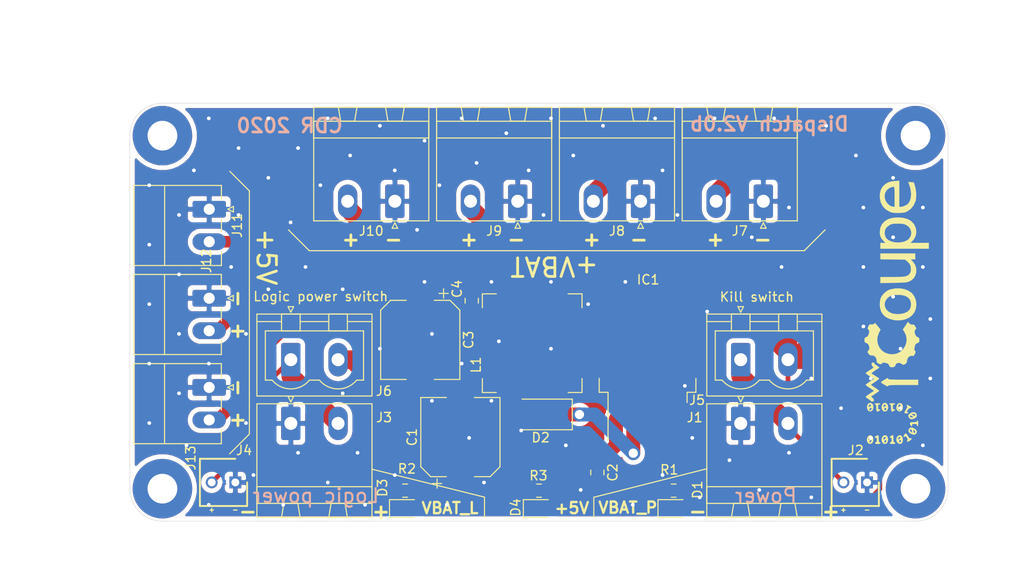
<source format=kicad_pcb>
(kicad_pcb (version 20171130) (host pcbnew "(5.1.4)-1")
  (layers (0 F.Cu signal) (31 B.Cu signal) (34 B.Paste user) (35 F.Paste user) (36 B.SilkS user) (37 F.SilkS user) (38 B.Mask user) (39 F.Mask user) (44 Edge.Cuts user))
  (net 0 "")
  (net 1 GND)
  (net 2 +5V)
  (net 3 /VBAT_LOGIC)
  (net 4 /VBAT_PWR)
  (net 5 "Net-(D3-Pad1)")
  (net 6 "Net-(D1-Pad1)")
  (net 7 "Net-(D2-Pad1)")
  (net 8 "Net-(D4-Pad1)")
  (net 9 "Net-(J1-Pad2)")
  (net 10 "Net-(J3-Pad2)")
  (module Capacitor_SMD:C_0805_2012Metric (layer F.Cu) (at 86.7664 71.266 90)
    (fp_text reference C4 (at 1.27 -1.5748 270) (layer F.SilkS))
    (fp_text value 100nF)
    (pad 2 smd roundrect (at 0.9375 0 90) (size 0.975 1.4) (layers F.Cu F.Paste F.Mask) (net 1 GND))
    (pad 1 smd roundrect (at -0.9375 0 90) (size 0.975 1.4) (layers F.Cu F.Paste F.Mask) (net 2 +5V))
  )
  (module villanut_lib:logo_UTCoupe_Medium (layer F.Cu) (at 132.4356 72.5932 90)
    (fp_text reference G*** hide)
    (fp_text value LOGO hide)
  )
  (module MountingHole:MountingHole_3.2mm_M3_Pad (layer F.Cu) (at 134.5 53.5)
    (fp_text reference REF** hide)
    (fp_text value MountingHole_3.2mm_M3_Pad)
    (pad 1 thru_hole circle (at 0 0) (size 6.4 6.4) (drill 3.2) (layers *.Cu *.Mask))
  )
  (module MountingHole:MountingHole_3.2mm_M3_Pad (layer F.Cu) (at 53.5 91.5)
    (fp_text reference REF** hide)
    (fp_text value MountingHole_3.2mm_M3_Pad)
    (pad 1 thru_hole circle (at 0 0) (size 6.4 6.4) (drill 3.2) (layers *.Cu *.Mask))
  )
  (module MountingHole:MountingHole_3.2mm_M3_Pad (layer F.Cu) (at 53.5 53.5)
    (fp_text reference REF** hide)
    (fp_text value MountingHole_3.2mm_M3_Pad)
    (pad 1 thru_hole circle (at 0 0) (size 6.4 6.4) (drill 3.2) (layers *.Cu *.Mask))
  )
  (module MountingHole:MountingHole_3.2mm_M3_Pad (layer F.Cu) (at 134.5 91.5)
    (fp_text reference REF** hide)
    (fp_text value MountingHole_3.2mm_M3_Pad)
    (pad 1 thru_hole circle (at 0 0) (size 6.4 6.4) (drill 3.2) (layers *.Cu *.Mask))
  )
  (module Connector_Phoenix_MSTB:PhoenixContact_MSTBA_2,5_2-G-5,08_1x02_P5.08mm_Horizontal (layer F.Cu) (at 78.50124 60.55868 180)
    (fp_text reference J10 (at 2.54 -3.2) (layer F.SilkS))
    (fp_text value Conn_01x02)
    (pad 2 thru_hole oval (at 5.08 0 180) (size 2.08 3.6) (drill 1.4) (layers *.Cu *.Mask) (net 4 /VBAT_PWR))
    (pad 1 thru_hole roundrect (at 0 0 180) (size 2.08 3.6) (drill 1.4) (layers *.Cu *.Mask) (roundrect_rratio 0.120192) (net 1 GND))
  )
  (module Connector_Phoenix_MSTB:PhoenixContact_MSTBA_2,5_2-G-5,08_1x02_P5.08mm_Horizontal (layer F.Cu) (at 91.71432 60.55868 180)
    (fp_text reference J9 (at 2.54 -3.2) (layer F.SilkS))
    (fp_text value Conn_01x02)
    (pad 2 thru_hole oval (at 5.08 0 180) (size 2.08 3.6) (drill 1.4) (layers *.Cu *.Mask) (net 4 /VBAT_PWR))
    (pad 1 thru_hole roundrect (at 0 0 180) (size 2.08 3.6) (drill 1.4) (layers *.Cu *.Mask) (roundrect_rratio 0.120192) (net 1 GND))
  )
  (module Connector_Phoenix_MSTB:PhoenixContact_MSTBA_2,5_2-G-5,08_1x02_P5.08mm_Horizontal (layer F.Cu) (at 104.9274 60.55868 180)
    (fp_text reference J8 (at 2.54 -3.2) (layer F.SilkS))
    (fp_text value Conn_01x02)
    (pad 2 thru_hole oval (at 5.08 0 180) (size 2.08 3.6) (drill 1.4) (layers *.Cu *.Mask) (net 4 /VBAT_PWR))
    (pad 1 thru_hole roundrect (at 0 0 180) (size 2.08 3.6) (drill 1.4) (layers *.Cu *.Mask) (roundrect_rratio 0.120192) (net 1 GND))
  )
  (module Connector_Phoenix_MSTB:PhoenixContact_MSTBA_2,5_2-G-5,08_1x02_P5.08mm_Horizontal (layer F.Cu) (at 118.13032 60.55868 180)
    (fp_text reference J7 (at 2.54 -3.2) (layer F.SilkS))
    (fp_text value Conn_01x02)
    (pad 2 thru_hole oval (at 5.08 0 180) (size 2.08 3.6) (drill 1.4) (layers *.Cu *.Mask) (net 4 /VBAT_PWR))
    (pad 1 thru_hole roundrect (at 0 0 180) (size 2.08 3.6) (drill 1.4) (layers *.Cu *.Mask) (roundrect_rratio 0.120192) (net 1 GND))
  )
  (module Connector_Phoenix_MC:PhoenixContact_MC_1,5_2-G-3.5_1x02_P3.50mm_Horizontal (layer F.Cu) (at 58.5343 61.4172 270)
    (fp_text reference J11 (at 1.75 -3 90) (layer F.SilkS))
    (fp_text value Conn_01x02)
    (pad 2 thru_hole oval (at 3.5 0 270) (size 1.8 3.6) (drill 1.2) (layers *.Cu *.Mask) (net 2 +5V))
    (pad 1 thru_hole roundrect (at 0 0 270) (size 1.8 3.6) (drill 1.2) (layers *.Cu *.Mask) (roundrect_rratio 0.138889) (net 1 GND))
  )
  (module Capacitor_SMD:CP_Elec_8x10 (layer F.Cu) (at 81.2292 75.4824 270)
    (fp_text reference C3 (at 0 -5.2 90) (layer F.SilkS))
    (fp_text value 470uF)
    (pad 2 smd roundrect (at 3.25 0 270) (size 3.5 2.5) (layers F.Cu F.Paste F.Mask) (roundrect_rratio 0.1) (net 1 GND))
    (pad 1 smd roundrect (at -3.25 0 270) (size 3.5 2.5) (layers F.Cu F.Paste F.Mask) (roundrect_rratio 0.1) (net 2 +5V))
  )
  (module Capacitor_SMD:CP_Elec_8x10 (layer F.Cu) (at 85.5472 85.9472 90)
    (fp_text reference C1 (at 0 -5.2 90) (layer F.SilkS))
    (fp_text value 470uF)
    (pad 2 smd roundrect (at 3.25 0 90) (size 3.5 2.5) (layers F.Cu F.Paste F.Mask) (roundrect_rratio 0.1) (net 1 GND))
    (pad 1 smd roundrect (at -3.25 0 90) (size 3.5 2.5) (layers F.Cu F.Paste F.Mask) (roundrect_rratio 0.1) (net 3 /VBAT_LOGIC))
  )
  (module Resistor_SMD:R_0805_2012Metric (layer F.Cu) (at 94 91.713)
    (fp_text reference R3 (at -0.0581 -1.6129) (layer F.SilkS))
    (fp_text value 160)
    (pad 2 smd roundrect (at 0.9375 0) (size 0.975 1.4) (layers F.Cu F.Paste F.Mask) (net 1 GND))
    (pad 1 smd roundrect (at -0.9375 0) (size 0.975 1.4) (layers F.Cu F.Paste F.Mask) (net 8 "Net-(D4-Pad1)"))
  )
  (module Resistor_SMD:R_0805_2012Metric (layer F.Cu) (at 79.605 91.713)
    (fp_text reference R2 (at 0.1891 -2.3495) (layer F.SilkS))
    (fp_text value 560)
    (pad 2 smd roundrect (at 0.9375 0) (size 0.975 1.4) (layers F.Cu F.Paste F.Mask) (net 1 GND))
    (pad 1 smd roundrect (at -0.9375 0) (size 0.975 1.4) (layers F.Cu F.Paste F.Mask) (net 5 "Net-(D3-Pad1)"))
  )
  (module Resistor_SMD:R_0805_2012Metric (layer F.Cu) (at 108.4857 91.713)
    (fp_text reference R1 (at -0.4722 -2.2479) (layer F.SilkS))
    (fp_text value 560)
    (pad 2 smd roundrect (at 0.9375 0) (size 0.975 1.4) (layers F.Cu F.Paste F.Mask) (net 1 GND))
    (pad 1 smd roundrect (at -0.9375 0) (size 0.975 1.4) (layers F.Cu F.Paste F.Mask) (net 6 "Net-(D1-Pad1)"))
  )
  (module LED_SMD:LED_0805_2012Metric (layer F.Cu) (at 94 93.6434)
    (fp_text reference D4 (at -2.5092 -0.127 90) (layer F.SilkS))
    (fp_text value LED)
    (pad 2 smd roundrect (at 0.9375 0) (size 0.975 1.4) (layers F.Cu F.Paste F.Mask) (net 2 +5V))
    (pad 1 smd roundrect (at -0.9375 0) (size 0.975 1.4) (layers F.Cu F.Paste F.Mask) (net 8 "Net-(D4-Pad1)"))
  )
  (module LED_SMD:LED_0805_2012Metric (layer F.Cu) (at 79.605 93.6434)
    (fp_text reference D3 (at -2.4398 -2.2352 90) (layer F.SilkS))
    (fp_text value LED)
    (pad 2 smd roundrect (at 0.9375 0) (size 0.975 1.4) (layers F.Cu F.Paste F.Mask) (net 3 /VBAT_LOGIC))
    (pad 1 smd roundrect (at -0.9375 0) (size 0.975 1.4) (layers F.Cu F.Paste F.Mask) (net 5 "Net-(D3-Pad1)"))
  )
  (module LED_SMD:LED_0805_2012Metric (layer F.Cu) (at 108.4834 93.6434)
    (fp_text reference D1 (at 2.5654 -2.032 90) (layer F.SilkS))
    (fp_text value LED)
    (pad 2 smd roundrect (at 0.9375 0) (size 0.975 1.4) (layers F.Cu F.Paste F.Mask) (net 4 /VBAT_PWR))
    (pad 1 smd roundrect (at -0.9375 0) (size 0.975 1.4) (layers F.Cu F.Paste F.Mask) (net 6 "Net-(D1-Pad1)"))
  )
  (module villanut_lib:Headers-Wire_Housings_HEADER_2POS_HE14 (layer F.Cu) (at 61.341 90.824 180)
    (fp_text reference J4 (at -0.9398 3.448) (layer F.SilkS))
    (fp_text value "BAT_LOGIC Display" hide)
    (pad 1 thru_hole rect (at 0 0 180) (size 1.275 1.275) (drill 0.85) (layers *.Cu *.Mask) (net 1 GND))
    (pad 2 thru_hole circle (at 2.54 0 180) (size 1.275 1.275) (drill 0.85) (layers *.Cu *.Mask) (net 10 "Net-(J3-Pad2)"))
  )
  (module villanut_lib:Headers-Wire_Housings_HEADER_2POS_HE14 (layer F.Cu) (at 129.286 90.824 180)
    (fp_text reference J2 (at 1.2192 3.4544) (layer F.SilkS))
    (fp_text value "BAT_POWER Display" hide)
    (pad 1 thru_hole rect (at 0 0 180) (size 1.275 1.275) (drill 0.85) (layers *.Cu *.Mask) (net 1 GND))
    (pad 2 thru_hole circle (at 2.54 0 180) (size 1.275 1.275) (drill 0.85) (layers *.Cu *.Mask) (net 9 "Net-(J1-Pad2)"))
  )
  (module Connector_Phoenix_MSTB:PhoenixContact_MSTBVA_2,5_2-G-5,08_1x02_P5.08mm_Vertical (layer F.Cu) (at 67.31 77.616)
    (fp_text reference J6 (at 10.0076 3.3782) (layer F.SilkS))
    (fp_text value "Switch Logic")
    (pad 2 thru_hole oval (at 5.08 0) (size 2.08 3.6) (drill 1.4) (layers *.Cu *.Mask) (net 3 /VBAT_LOGIC))
    (pad 1 thru_hole roundrect (at 0 0) (size 2.08 3.6) (drill 1.4) (layers *.Cu *.Mask) (roundrect_rratio 0.120192) (net 10 "Net-(J3-Pad2)"))
  )
  (module Connector_Phoenix_MSTB:PhoenixContact_MSTBVA_2,5_2-G-5,08_1x02_P5.08mm_Vertical (layer F.Cu) (at 115.697 77.616)
    (fp_text reference J5 (at -4.699 4.3561) (layer F.SilkS))
    (fp_text value "Emergency Stop")
    (pad 2 thru_hole oval (at 5.08 0) (size 2.08 3.6) (drill 1.4) (layers *.Cu *.Mask) (net 4 /VBAT_PWR))
    (pad 1 thru_hole roundrect (at 0 0) (size 2.08 3.6) (drill 1.4) (layers *.Cu *.Mask) (roundrect_rratio 0.120192) (net 9 "Net-(J1-Pad2)"))
  )
  (module Connector_Phoenix_MSTB:PhoenixContact_MSTBA_2,5_2-G-5,08_1x02_P5.08mm_Horizontal (layer F.Cu) (at 67.31 84.474)
    (fp_text reference J3 (at 10.033 -0.635) (layer F.SilkS))
    (fp_text value Conn_01x02)
    (pad 2 thru_hole oval (at 5.08 0) (size 2.08 3.6) (drill 1.4) (layers *.Cu *.Mask) (net 10 "Net-(J3-Pad2)"))
    (pad 1 thru_hole roundrect (at 0 0) (size 2.08 3.6) (drill 1.4) (layers *.Cu *.Mask) (roundrect_rratio 0.120192) (net 1 GND))
  )
  (module Connector_Phoenix_MSTB:PhoenixContact_MSTBA_2,5_2-G-5,08_1x02_P5.08mm_Horizontal (layer F.Cu) (at 115.697 84.474)
    (fp_text reference J1 (at -4.953 -0.635) (layer F.SilkS))
    (fp_text value Conn_01x02)
    (pad 2 thru_hole oval (at 5.08 0) (size 2.08 3.6) (drill 1.4) (layers *.Cu *.Mask) (net 9 "Net-(J1-Pad2)"))
    (pad 1 thru_hole roundrect (at 0 0) (size 2.08 3.6) (drill 1.4) (layers *.Cu *.Mask) (roundrect_rratio 0.120192) (net 1 GND))
  )
  (module Diode_SMD:D_SMA (layer F.Cu) (at 94.1832 83.5088 180)
    (fp_text reference D2 (at 0 -2.5) (layer F.SilkS))
    (fp_text value TSSA3U45)
    (pad 2 smd rect (at 2 0 180) (size 2.5 1.8) (layers F.Cu F.Paste F.Mask) (net 1 GND))
    (pad 1 smd rect (at -2 0 180) (size 2.5 1.8) (layers F.Cu F.Paste F.Mask) (net 7 "Net-(D2-Pad1)"))
  )
  (module Inductor_SMD:L_Bourns-SRN1060 (layer F.Cu) (at 93.2688 75.838 90)
    (fp_text reference L1 (at -2.3368 -6.0452 90) (layer F.SilkS))
    (fp_text value 33uH)
    (pad 2 smd rect (at 3.3 0 90) (size 3.5 10.2) (layers F.Cu F.Paste F.Mask) (net 2 +5V))
    (pad 1 smd rect (at -3.3 0 90) (size 3.5 10.2) (layers F.Cu F.Paste F.Mask) (net 7 "Net-(D2-Pad1)"))
  )
  (module Connector_Phoenix_MC:PhoenixContact_MC_1,5_2-G-3.5_1x02_P3.50mm_Horizontal (layer F.Cu) (at 58.527 80.601 270)
    (fp_text reference J13 (at 7.5878 1.9866 90) (layer F.SilkS))
    (fp_text value Conn_01x02)
    (pad 2 thru_hole oval (at 3.5 0 270) (size 1.8 3.6) (drill 1.2) (layers *.Cu *.Mask) (net 2 +5V))
    (pad 1 thru_hole roundrect (at 0 0 270) (size 1.8 3.6) (drill 1.2) (layers *.Cu *.Mask) (roundrect_rratio 0.138889) (net 1 GND))
  )
  (module Connector_Phoenix_MC:PhoenixContact_MC_1,5_2-G-3.5_1x02_P3.50mm_Horizontal (layer F.Cu) (at 58.527 71.001 270)
    (fp_text reference J12 (at -4.0212 0.2975 90) (layer F.SilkS))
    (fp_text value Conn_01x02)
    (pad 2 thru_hole oval (at 3.5 0 270) (size 1.8 3.6) (drill 1.2) (layers *.Cu *.Mask) (net 2 +5V))
    (pad 1 thru_hole roundrect (at 0 0 270) (size 1.8 3.6) (drill 1.2) (layers *.Cu *.Mask) (roundrect_rratio 0.138889) (net 1 GND))
  )
  (module Package_TO_SOT_SMD:TO-263-5_TabPin6 (layer F.Cu) (at 105.6767 78.1748 90)
    (fp_text reference IC1 (at 9.1694 0.0635 180) (layer F.SilkS))
    (fp_text value TS2596CM550_RNG)
    (pad 1 smd rect (at -5.775 -3.4 90) (size 4.6 1.1) (layers F.Cu F.Paste F.Mask) (net 3 /VBAT_LOGIC))
    (pad 2 smd rect (at -5.775 -1.7 90) (size 4.6 1.1) (layers F.Cu F.Paste F.Mask) (net 7 "Net-(D2-Pad1)"))
    (pad 3 smd rect (at -5.775 0 90) (size 4.6 1.1) (layers F.Cu F.Paste F.Mask) (net 1 GND))
    (pad 4 smd rect (at -5.775 1.7 90) (size 4.6 1.1) (layers F.Cu F.Paste F.Mask) (net 2 +5V))
    (pad 5 smd rect (at -5.775 3.4 90) (size 4.6 1.1) (layers F.Cu F.Paste F.Mask) (net 1 GND))
    (pad 6 smd rect (at 3.375 0 90) (size 9.4 10.8) (layers F.Cu F.Mask) (net 1 GND))
  )
  (module Capacitor_SMD:C_0805_2012Metric (layer F.Cu) (at 100.2792 89.7572 270)
    (fp_text reference C2 (at 0 -1.65 90) (layer F.SilkS))
    (fp_text value 100nF)
    (pad 2 smd roundrect (at 0.9375 0 270) (size 0.975 1.4) (layers F.Cu F.Paste F.Mask) (net 1 GND))
    (pad 1 smd roundrect (at -0.9375 0 270) (size 0.975 1.4) (layers F.Cu F.Paste F.Mask) (net 3 /VBAT_LOGIC))
  )
  (gr_text + (at 112.98428 64.85636 180) (layer F.SilkS) (effects (font (size 1.5 1.5) (thickness 0.3))))
  (gr_text - (at 118.06428 64.85636 180) (layer F.SilkS) (effects (font (size 1.5 1.5) (thickness 0.3))))
  (gr_line (start 124.7775 63.63716) (end 122.5296 65.88506) (layer F.SilkS) (width 0.12))
  (gr_line (start 99.8982 92.4242) (end 112.0267 89.3635) (layer F.SilkS) (width 0.12))
  (gr_line (start 88.138 92.4115) (end 76.0222 89.4016) (layer F.SilkS) (width 0.12))
  (gr_line (start 99.8982 92.4242) (end 99.8982 94.5832) (layer F.SilkS) (width 0.12))
  (gr_line (start 88.138 92.4115) (end 88.138 94.5832) (layer F.SilkS) (width 0.12))
  (gr_text Power (at 118.4021 92.2591) (layer B.SilkS) (effects (font (size 1.5 1.5) (thickness 0.225)) (justify mirror)))
  (gr_text "Logic power" (at 70.0024 92.2591) (layer B.SilkS) (effects (font (size 1.5 1.5) (thickness 0.225)) (justify mirror)))
  (gr_text "Logic power switch" (at 70.5231 70.8088) (layer F.SilkS) (effects (font (size 1 1))))
  (gr_text "Kill switch" (at 117.4242 70.8596) (layer F.SilkS) (effects (font (size 1 1))))
  (gr_line (start 62.8523 85.6234) (end 60.7187 87.757) (layer F.SilkS) (width 0.12))
  (gr_line (start 62.8523 59.436) (end 62.8523 85.6234) (layer F.SilkS) (width 0.12))
  (gr_line (start 60.7441 57.3405) (end 62.8396 59.436) (layer F.SilkS) (width 0.12))
  (gr_text +5V (at 64.6684 66.548 270) (layer F.SilkS) (effects (font (size 2 2) (thickness 0.3))))
  (gr_line (start 69.29628 65.88506) (end 122.5296 65.88506) (layer F.SilkS) (width 0.12))
  (gr_line (start 67.04838 63.63716) (end 69.29628 65.88506) (layer F.SilkS) (width 0.12))
  (gr_text +VBAT (at 95.6564 67.564 180) (layer F.SilkS) (effects (font (size 2 2) (thickness 0.3))))
  (gr_text + (at 58.801 93.7704) (layer F.SilkS) (effects (font (size 0.5 0.5) (thickness 0.125))))
  (gr_text - (at 61.341 93.7704) (layer F.SilkS) (effects (font (size 0.5 0.5) (thickness 0.125))))
  (gr_text - (at 129.286 93.7704) (layer F.SilkS) (effects (font (size 0.5 0.5) (thickness 0.125))))
  (gr_text + (at 126.746 93.7704) (layer F.SilkS) (effects (font (size 0.5 0.5) (thickness 0.125))))
  (gr_text - (at 78.35468 64.85636 180) (layer F.SilkS) (effects (font (size 1.5 1.5) (thickness 0.3))))
  (gr_text + (at 73.76668 64.85636 180) (layer F.SilkS) (effects (font (size 1.5 1.5) (thickness 0.3))))
  (gr_text - (at 91.55468 64.85636 180) (layer F.SilkS) (effects (font (size 1.5 1.5) (thickness 0.3))))
  (gr_text + (at 86.47468 64.85636 180) (layer F.SilkS) (effects (font (size 1.5 1.5) (thickness 0.3))))
  (gr_text - (at 104.75468 64.85636 180) (layer F.SilkS) (effects (font (size 1.5 1.5) (thickness 0.3))))
  (gr_text + (at 99.67468 64.85636 180) (layer F.SilkS) (effects (font (size 1.5 1.5) (thickness 0.3))))
  (gr_text - (at 61.722 71.045 270) (layer F.SilkS) (effects (font (size 1.5 1.5) (thickness 0.3))))
  (gr_text + (at 61.722 74.5502 270) (layer F.SilkS) (effects (font (size 1.5 1.5) (thickness 0.3))))
  (gr_text - (at 61.722 80.6323 270) (layer F.SilkS) (effects (font (size 1.5 1.5) (thickness 0.3))))
  (gr_text + (at 61.722 84.1375 270) (layer F.SilkS) (effects (font (size 1.5 1.5) (thickness 0.3))))
  (gr_text - (at 111.0756 93.91808) (layer F.SilkS) (effects (font (size 1.5 1.5) (thickness 0.3))))
  (gr_text + (at 125.4012 93.91808) (layer F.SilkS) (effects (font (size 1.5 1.5) (thickness 0.3))))
  (gr_text + (at 77.0128 93.9228) (layer F.SilkS) (effects (font (size 1.5 1.5) (thickness 0.3))))
  (gr_text - (at 62.6872 93.9228) (layer F.SilkS) (effects (font (size 1.5 1.5) (thickness 0.3))))
  (gr_text "Dispatch V2.0b" (at 118.7831 52.2478) (layer B.SilkS) (effects (font (size 1.5 1.5) (thickness 0.3)) (justify mirror)))
  (gr_text VBAT_P (at 103.5558 93.5418) (layer F.SilkS) (effects (font (size 1.2 1.2) (thickness 0.25))))
  (gr_text +5V (at 97.536 93.5926) (layer F.SilkS) (effects (font (size 1.2 1.2) (thickness 0.25))))
  (gr_text VBAT_L (at 84.4296 93.5926) (layer F.SilkS) (effects (font (size 1.2 1.2) (thickness 0.25))))
  (gr_text "CDR 2020" (at 67.183 52.4256) (layer B.SilkS) (effects (font (size 1.5 1.5) (thickness 0.3)) (justify mirror)))
  (gr_arc (start 53.5 91.5) (end 50 91.5) (angle -90) (layer Edge.Cuts) (width 0.05))
  (gr_arc (start 134.5 91.5) (end 134.5 95) (angle -90) (layer Edge.Cuts) (width 0.05))
  (gr_arc (start 134.5 53.5) (end 138 53.5) (angle -90) (layer Edge.Cuts) (width 0.05))
  (gr_arc (start 53.5 53.5) (end 53.5 50) (angle -90) (layer Edge.Cuts) (width 0.05))
  (gr_line (start 50 53.5) (end 50 91.5) (layer Edge.Cuts) (width 0.05))
  (gr_line (start 53.5 95) (end 134.5 95) (layer Edge.Cuts) (width 0.05))
  (gr_line (start 138 53.5) (end 138 91.5) (layer Edge.Cuts) (width 0.05))
  (gr_line (start 53.5 50) (end 134.5 50) (layer Edge.Cuts) (width 0.05))
  (via (at 52.087268 58.8365) (size 0.6) (drill 0.4) (layers F.Cu B.Cu) (net 1))
  (via (at 52.087268 65.2365) (size 0.6) (drill 0.4) (layers F.Cu B.Cu) (net 1))
  (via (at 52.087268 71.6365) (size 0.6) (drill 0.4) (layers F.Cu B.Cu) (net 1))
  (via (at 52.087268 78.0365) (size 0.6) (drill 0.4) (layers F.Cu B.Cu) (net 1))
  (via (at 52.087268 84.4365) (size 0.6) (drill 0.4) (layers F.Cu B.Cu) (net 1))
  (via (at 55.287268 62.0365) (size 0.6) (drill 0.4) (layers F.Cu B.Cu) (net 1))
  (via (at 55.287268 68.4365) (size 0.6) (drill 0.4) (layers F.Cu B.Cu) (net 1))
  (via (at 55.287268 74.8365) (size 0.6) (drill 0.4) (layers F.Cu B.Cu) (net 1))
  (via (at 55.287268 81.2365) (size 0.6) (drill 0.4) (layers F.Cu B.Cu) (net 1))
  (via (at 56.087268 86.8365) (size 0.6) (drill 0.4) (layers F.Cu B.Cu) (net 1))
  (via (at 56.887268 57.2365) (size 0.6) (drill 0.4) (layers F.Cu B.Cu) (net 1))
  (via (at 58.487268 51.6365) (size 0.6) (drill 0.4) (layers F.Cu B.Cu) (net 1))
  (via (at 58.487268 78.0365) (size 0.6) (drill 0.4) (layers F.Cu B.Cu) (net 1))
  (via (at 58.487268 93.2365) (size 0.6) (drill 0.4) (layers F.Cu B.Cu) (net 1))
  (via (at 60.887268 67.6365) (size 0.6) (drill 0.4) (layers F.Cu B.Cu) (net 1))
  (via (at 61.687268 54.8365) (size 0.6) (drill 0.4) (layers F.Cu B.Cu) (net 1))
  (via (at 61.687268 62.0365) (size 0.6) (drill 0.4) (layers F.Cu B.Cu) (net 1))
  (via (at 62.487268 74.8365) (size 0.6) (drill 0.4) (layers F.Cu B.Cu) (net 1))
  (via (at 62.487268 84.4365) (size 0.6) (drill 0.4) (layers F.Cu B.Cu) (net 1))
  (via (at 63.287268 90.0365) (size 0.6) (drill 0.4) (layers F.Cu B.Cu) (net 1))
  (via (at 64.887268 51.6365) (size 0.6) (drill 0.4) (layers F.Cu B.Cu) (net 1))
  (via (at 64.887268 58.0365) (size 0.6) (drill 0.4) (layers F.Cu B.Cu) (net 1))
  (via (at 64.887268 70.0365) (size 0.6) (drill 0.4) (layers F.Cu B.Cu) (net 1))
  (via (at 66.487268 93.2365) (size 0.6) (drill 0.4) (layers F.Cu B.Cu) (net 1))
  (via (at 67.287268 62.8365) (size 0.6) (drill 0.4) (layers F.Cu B.Cu) (net 1))
  (via (at 68.087268 54.8365) (size 0.6) (drill 0.4) (layers F.Cu B.Cu) (net 1))
  (via (at 68.087268 87.6365) (size 0.6) (drill 0.4) (layers F.Cu B.Cu) (net 1))
  (via (at 68.887268 67.6365) (size 0.6) (drill 0.4) (layers F.Cu B.Cu) (net 1))
  (via (at 70.487268 58.8365) (size 0.6) (drill 0.4) (layers F.Cu B.Cu) (net 1))
  (via (at 71.287268 51.6365) (size 0.6) (drill 0.4) (layers F.Cu B.Cu) (net 1))
  (via (at 71.287268 90.8365) (size 0.6) (drill 0.4) (layers F.Cu B.Cu) (net 1))
  (via (at 72.887268 70.0365) (size 0.6) (drill 0.4) (layers F.Cu B.Cu) (net 1))
  (via (at 72.887268 81.2365) (size 0.6) (drill 0.4) (layers F.Cu B.Cu) (net 1))
  (via (at 73.687268 55.6365) (size 0.6) (drill 0.4) (layers F.Cu B.Cu) (net 1))
  (via (at 74.487268 87.6365) (size 0.6) (drill 0.4) (layers F.Cu B.Cu) (net 1))
  (via (at 75.287268 93.2365) (size 0.6) (drill 0.4) (layers F.Cu B.Cu) (net 1))
  (via (at 76.887268 52.4365) (size 0.6) (drill 0.4) (layers F.Cu B.Cu) (net 1))
  (via (at 76.887268 76.4365) (size 0.6) (drill 0.4) (layers F.Cu B.Cu) (net 1))
  (via (at 78.487268 57.2365) (size 0.6) (drill 0.4) (layers F.Cu B.Cu) (net 1))
  (via (at 78.487268 90.0365) (size 0.6) (drill 0.4) (layers F.Cu B.Cu) (net 1))
  (via (at 80.887268 63.6365) (size 0.6) (drill 0.4) (layers F.Cu B.Cu) (net 1))
  (via (at 81.687268 54.0365) (size 0.6) (drill 0.4) (layers F.Cu B.Cu) (net 1))
  (via (at 81.687268 69.2365) (size 0.6) (drill 0.4) (layers F.Cu B.Cu) (net 1))
  (via (at 82.487268 74.8365) (size 0.6) (drill 0.4) (layers F.Cu B.Cu) (net 1))
  (via (at 82.487268 82.0365) (size 0.6) (drill 0.4) (layers F.Cu B.Cu) (net 1))
  (via (at 83.287268 58.8365) (size 0.6) (drill 0.4) (layers F.Cu B.Cu) (net 1))
  (via (at 84.087268 93.2365) (size 0.6) (drill 0.4) (layers F.Cu B.Cu) (net 1))
  (via (at 85.687268 51.6365) (size 0.6) (drill 0.4) (layers F.Cu B.Cu) (net 1))
  (via (at 85.687268 78.0365) (size 0.6) (drill 0.4) (layers F.Cu B.Cu) (net 1))
  (via (at 86.487268 86.0365) (size 0.6) (drill 0.4) (layers F.Cu B.Cu) (net 1))
  (via (at 87.287268 56.4365) (size 0.6) (drill 0.4) (layers F.Cu B.Cu) (net 1))
  (via (at 88.087268 90.8365) (size 0.6) (drill 0.4) (layers F.Cu B.Cu) (net 1))
  (via (at 88.887268 69.2365) (size 0.6) (drill 0.4) (layers F.Cu B.Cu) (net 1))
  (via (at 88.887268 82.0365) (size 0.6) (drill 0.4) (layers F.Cu B.Cu) (net 1))
  (via (at 89.687268 75.6365) (size 0.6) (drill 0.4) (layers F.Cu B.Cu) (net 1))
  (via (at 90.487268 53.2365) (size 0.6) (drill 0.4) (layers F.Cu B.Cu) (net 1))
  (via (at 92.087268 85.2365) (size 0.6) (drill 0.4) (layers F.Cu B.Cu) (net 1))
  (via (at 92.887268 57.2365) (size 0.6) (drill 0.4) (layers F.Cu B.Cu) (net 1))
  (via (at 94.487268 62.0365) (size 0.6) (drill 0.4) (layers F.Cu B.Cu) (net 1))
  (via (at 95.287268 51.6365) (size 0.6) (drill 0.4) (layers F.Cu B.Cu) (net 1))
  (via (at 95.287268 69.2365) (size 0.6) (drill 0.4) (layers F.Cu B.Cu) (net 1))
  (via (at 95.287268 76.4365) (size 0.6) (drill 0.4) (layers F.Cu B.Cu) (net 1))
  (via (at 96.887268 86.8365) (size 0.6) (drill 0.4) (layers F.Cu B.Cu) (net 1))
  (via (at 97.687268 55.6365) (size 0.6) (drill 0.4) (layers F.Cu B.Cu) (net 1))
  (via (at 98.487268 91.6365) (size 0.6) (drill 0.4) (layers F.Cu B.Cu) (net 1))
  (via (at 99.287268 71.6365) (size 0.6) (drill 0.4) (layers F.Cu B.Cu) (net 1))
  (via (at 100.887268 52.4365) (size 0.6) (drill 0.4) (layers F.Cu B.Cu) (net 1))
  (via (at 103.287268 69.2365) (size 0.6) (drill 0.4) (layers F.Cu B.Cu) (net 1))
  (via (at 104.087268 93.2365) (size 0.6) (drill 0.4) (layers F.Cu B.Cu) (net 1))
  (via (at 106.487268 51.6365) (size 0.6) (drill 0.4) (layers F.Cu B.Cu) (net 1))
  (via (at 107.287268 57.2365) (size 0.6) (drill 0.4) (layers F.Cu B.Cu) (net 1))
  (via (at 107.287268 90.0365) (size 0.6) (drill 0.4) (layers F.Cu B.Cu) (net 1))
  (via (at 108.887268 62.0365) (size 0.6) (drill 0.4) (layers F.Cu B.Cu) (net 1))
  (via (at 109.687268 80.4365) (size 0.6) (drill 0.4) (layers F.Cu B.Cu) (net 1))
  (via (at 110.487268 86.0365) (size 0.6) (drill 0.4) (layers F.Cu B.Cu) (net 1))
  (via (at 111.287268 92.4365) (size 0.6) (drill 0.4) (layers F.Cu B.Cu) (net 1))
  (via (at 112.087268 72.4365) (size 0.6) (drill 0.4) (layers F.Cu B.Cu) (net 1))
  (via (at 112.887268 51.6365) (size 0.6) (drill 0.4) (layers F.Cu B.Cu) (net 1))
  (via (at 114.487268 88.4365) (size 0.6) (drill 0.4) (layers F.Cu B.Cu) (net 1))
  (via (at 116.887268 64.4365) (size 0.6) (drill 0.4) (layers F.Cu B.Cu) (net 1))
  (via (at 117.687268 91.6365) (size 0.6) (drill 0.4) (layers F.Cu B.Cu) (net 1))
  (via (at 119.287268 51.6365) (size 0.6) (drill 0.4) (layers F.Cu B.Cu) (net 1))
  (via (at 120.087268 67.6365) (size 0.6) (drill 0.4) (layers F.Cu B.Cu) (net 1))
  (via (at 120.887268 61.2365) (size 0.6) (drill 0.4) (layers F.Cu B.Cu) (net 1))
  (via (at 120.887268 87.6365) (size 0.6) (drill 0.4) (layers F.Cu B.Cu) (net 1))
  (via (at 123.287268 79.6365) (size 0.6) (drill 0.4) (layers F.Cu B.Cu) (net 1))
  (via (at 123.287268 92.4365) (size 0.6) (drill 0.4) (layers F.Cu B.Cu) (net 1))
  (via (at 124.887268 52.4365) (size 0.6) (drill 0.4) (layers F.Cu B.Cu) (net 1))
  (via (at 126.487268 82.8365) (size 0.6) (drill 0.4) (layers F.Cu B.Cu) (net 1))
  (via (at 128.087268 55.6365) (size 0.6) (drill 0.4) (layers F.Cu B.Cu) (net 1))
  (via (at 128.887268 61.2365) (size 0.6) (drill 0.4) (layers F.Cu B.Cu) (net 1))
  (via (at 128.887268 67.6365) (size 0.6) (drill 0.4) (layers F.Cu B.Cu) (net 1))
  (via (at 128.887268 74.0365) (size 0.6) (drill 0.4) (layers F.Cu B.Cu) (net 1))
  (via (at 129.687268 79.6365) (size 0.6) (drill 0.4) (layers F.Cu B.Cu) (net 1))
  (via (at 129.687268 86.0365) (size 0.6) (drill 0.4) (layers F.Cu B.Cu) (net 1))
  (via (at 132.087268 58.0365) (size 0.6) (drill 0.4) (layers F.Cu B.Cu) (net 1))
  (via (at 132.087268 64.4365) (size 0.6) (drill 0.4) (layers F.Cu B.Cu) (net 1))
  (via (at 132.087268 70.8365) (size 0.6) (drill 0.4) (layers F.Cu B.Cu) (net 1))
  (via (at 132.887268 76.4365) (size 0.6) (drill 0.4) (layers F.Cu B.Cu) (net 1))
  (via (at 132.887268 82.8365) (size 0.6) (drill 0.4) (layers F.Cu B.Cu) (net 1))
  (via (at 135.287268 61.2365) (size 0.6) (drill 0.4) (layers F.Cu B.Cu) (net 1))
  (via (at 135.287268 67.6365) (size 0.6) (drill 0.4) (layers F.Cu B.Cu) (net 1))
  (via (at 135.287268 86.8365) (size 0.6) (drill 0.4) (layers F.Cu B.Cu) (net 1))
  (via (at 136.087268 73.2365) (size 0.6) (drill 0.4) (layers F.Cu B.Cu) (net 1))
  (via (at 136.087268 79.6365) (size 0.6) (drill 0.4) (layers F.Cu B.Cu) (net 1))
  (segment (start 107.3767 83.9498) (end 107.3767 81.089798) (width 1.5) (layer F.Cu) (net 2))
  (segment (start 107.3767 81.089798) (end 106.986701 80.699799) (width 1.5) (layer F.Cu) (net 2))
  (segment (start 99.326699 76.635897) (end 99.326699 80.022699) (width 1.5) (layer F.Cu) (net 2))
  (segment (start 93.2688 72.538) (end 95.228802 72.538) (width 1.5) (layer F.Cu) (net 2))
  (segment (start 95.228802 72.538) (end 99.326699 76.635897) (width 1.5) (layer F.Cu) (net 2))
  (segment (start 100.003799 80.699799) (end 106.986701 80.699799) (width 1.5) (layer F.Cu) (net 2))
  (segment (start 99.326699 80.022699) (end 100.003799 80.699799) (width 1.5) (layer F.Cu) (net 2))
  (segment (start 59.427 74.501) (end 58.527 74.501) (width 1.25) (layer F.Cu) (net 2))
  (segment (start 61.6956 72.2324) (end 59.427 74.501) (width 1.25) (layer F.Cu) (net 2))
  (segment (start 81.2292 72.2324) (end 61.6956 72.2324) (width 1.25) (layer F.Cu) (net 2))
  (segment (start 81.2292 72.2324) (end 73.914 64.9172) (width 1.25) (layer F.Cu) (net 2))
  (segment (start 73.914 64.9172) (end 58.5343 64.9172) (width 1.25) (layer F.Cu) (net 2))
  (segment (start 92.9343 72.2035) (end 93.2688 72.538) (width 1.5) (layer F.Cu) (net 2))
  (segment (start 86.7664 72.2035) (end 92.9343 72.2035) (width 1.5) (layer F.Cu) (net 2))
  (segment (start 86.7375 72.2324) (end 86.7664 72.2035) (width 1.5) (layer F.Cu) (net 2))
  (segment (start 81.2292 72.2324) (end 86.7375 72.2324) (width 1.5) (layer F.Cu) (net 2))
  (segment (start 107.3767 86.7498) (end 107.3767 83.9498) (width 0.5) (layer F.Cu) (net 2))
  (segment (start 107.3767 87.7461) (end 107.3767 86.7498) (width 0.5) (layer F.Cu) (net 2))
  (segment (start 102.035637 93.087163) (end 107.3767 87.7461) (width 0.5) (layer F.Cu) (net 2))
  (segment (start 95.493737 93.087163) (end 102.035637 93.087163) (width 0.5) (layer F.Cu) (net 2))
  (segment (start 94.9375 93.6434) (end 95.493737 93.087163) (width 0.5) (layer F.Cu) (net 2))
  (segment (start 58.747296 84.101) (end 58.527 84.101) (width 1.25) (layer F.Cu) (net 2))
  (segment (start 59.427 84.101) (end 58.527 84.101) (width 1.25) (layer F.Cu) (net 2))
  (segment (start 61.8998 81.6282) (end 59.427 84.101) (width 1.25) (layer F.Cu) (net 2))
  (segment (start 61.8998 78.994) (end 61.8998 81.6282) (width 1.25) (layer F.Cu) (net 2))
  (segment (start 66.5734 74.3204) (end 61.8998 78.994) (width 1.25) (layer F.Cu) (net 2))
  (segment (start 81.2292 72.2324) (end 79.1412 74.3204) (width 1.25) (layer F.Cu) (net 2))
  (segment (start 79.1412 74.3204) (end 66.5734 74.3204) (width 1.25) (layer F.Cu) (net 2))
  (segment (start 73.966 77.616) (end 85.5472 89.1972) (width 2) (layer F.Cu) (net 3))
  (segment (start 72.39 77.616) (end 73.966 77.616) (width 2) (layer F.Cu) (net 3))
  (segment (start 85.9247 88.8197) (end 100.2792 88.8197) (width 2) (layer F.Cu) (net 3))
  (segment (start 85.5472 89.1972) (end 85.9247 88.8197) (width 2) (layer F.Cu) (net 3))
  (segment (start 81.101 93.6434) (end 80.5425 93.6434) (width 0.5) (layer F.Cu) (net 3))
  (segment (start 85.5472 89.1972) (end 81.101 93.6434) (width 0.5) (layer F.Cu) (net 3))
  (segment (start 102.2767 86.8222) (end 100.2792 88.8197) (width 1.5) (layer F.Cu) (net 3))
  (segment (start 102.2767 83.9498) (end 102.2767 86.8222) (width 1.5) (layer F.Cu) (net 3))
  (segment (start 120.777 77.616) (end 121.52 77.616) (width 2) (layer F.Cu) (net 4))
  (segment (start 121.52 77.616) (end 123.9012 75.2348) (width 2) (layer F.Cu) (net 4))
  (segment (start 123.9012 75.2348) (end 123.9012 60.198) (width 2) (layer F.Cu) (net 4))
  (segment (start 113.05032 59.79868) (end 113.05032 60.55868) (width 2) (layer F.Cu) (net 4))
  (segment (start 116.09032 56.75868) (end 113.05032 59.79868) (width 2) (layer F.Cu) (net 4))
  (segment (start 120.46188 56.75868) (end 116.09032 56.75868) (width 2) (layer F.Cu) (net 4))
  (segment (start 123.9012 60.198) (end 120.46188 56.75868) (width 2) (layer F.Cu) (net 4))
  (segment (start 123.817 77.616) (end 123.8234 77.6224) (width 2) (layer F.Cu) (net 4))
  (segment (start 120.777 77.616) (end 123.817 77.616) (width 2) (layer F.Cu) (net 4))
  (segment (start 123.8234 77.6224) (end 125.222 77.6224) (width 2) (layer F.Cu) (net 4))
  (segment (start 125.222 77.6224) (end 126.8984 75.946) (width 2) (layer F.Cu) (net 4))
  (segment (start 126.8984 75.946) (end 126.8984 59.2328) (width 2) (layer F.Cu) (net 4))
  (segment (start 126.8984 59.2328) (end 121.7168 54.0512) (width 2) (layer F.Cu) (net 4))
  (segment (start 73.42124 59.79868) (end 73.42124 60.55868) (width 2) (layer F.Cu) (net 4))
  (segment (start 99.8474 59.79868) (end 99.8474 60.55868) (width 2) (layer F.Cu) (net 4))
  (segment (start 105.59488 54.0512) (end 99.8474 59.79868) (width 2) (layer F.Cu) (net 4))
  (segment (start 121.7168 54.0512) (end 105.59488 54.0512) (width 2) (layer F.Cu) (net 4))
  (segment (start 86.63432 61.31868) (end 86.63432 60.55868) (width 2) (layer F.Cu) (net 4))
  (segment (start 89.67432 64.35868) (end 86.63432 61.31868) (width 2) (layer F.Cu) (net 4))
  (segment (start 113.118026 64.35868) (end 89.67432 64.35868) (width 2) (layer F.Cu) (net 4))
  (segment (start 120.777 72.017654) (end 113.118026 64.35868) (width 2) (layer F.Cu) (net 4))
  (segment (start 120.777 77.616) (end 120.777 72.017654) (width 2) (layer F.Cu) (net 4))
  (segment (start 120.777 76.856) (end 110.8754 66.9544) (width 2) (layer F.Cu) (net 4))
  (segment (start 120.777 77.616) (end 120.777 76.856) (width 2) (layer F.Cu) (net 4))
  (segment (start 73.42124 61.31868) (end 73.42124 60.55868) (width 2) (layer F.Cu) (net 4))
  (segment (start 79.05696 66.9544) (end 73.42124 61.31868) (width 2) (layer F.Cu) (net 4))
  (segment (start 110.8754 66.9544) (end 79.05696 66.9544) (width 2) (layer F.Cu) (net 4))
  (segment (start 128.551602 93.6434) (end 130.6576 91.537402) (width 0.5) (layer F.Cu) (net 4))
  (segment (start 109.4209 93.6434) (end 128.551602 93.6434) (width 0.5) (layer F.Cu) (net 4))
  (segment (start 120.777 79.916) (end 120.777 77.616) (width 0.5) (layer F.Cu) (net 4))
  (segment (start 130.6576 89.7966) (end 120.777 79.916) (width 0.5) (layer F.Cu) (net 4))
  (segment (start 130.6576 91.537402) (end 130.6576 89.7966) (width 0.5) (layer F.Cu) (net 4))
  (segment (start 78.6675 91.713) (end 78.6675 93.6434) (width 0.5) (layer F.Cu) (net 5))
  (segment (start 107.5482 93.6411) (end 107.5459 93.6434) (width 0.5) (layer F.Cu) (net 6))
  (segment (start 107.5482 91.713) (end 107.5482 93.6411) (width 0.5) (layer F.Cu) (net 6))
  (segment (start 96.1832 82.0524) (end 93.2688 79.138) (width 1.5) (layer F.Cu) (net 7))
  (segment (start 96.1832 83.5088) (end 96.1832 82.0524) (width 1.5) (layer F.Cu) (net 7))
  (via (at 98.3488 83.5152) (size 1.2) (drill 1) (layers F.Cu B.Cu) (net 7))
  (segment (start 96.1832 83.5088) (end 98.3424 83.5088) (width 1.5) (layer F.Cu) (net 7))
  (segment (start 98.3424 83.5088) (end 98.3488 83.5152) (width 1.5) (layer F.Cu) (net 7))
  (via (at 104.14 87.6808) (size 1.2) (drill 1) (layers F.Cu B.Cu) (net 7))
  (segment (start 99.9744 83.5152) (end 103.540001 87.080801) (width 1.5) (layer B.Cu) (net 7))
  (segment (start 103.540001 87.080801) (end 104.14 87.6808) (width 1.5) (layer B.Cu) (net 7))
  (segment (start 98.3488 83.5152) (end 99.9744 83.5152) (width 1.5) (layer B.Cu) (net 7))
  (segment (start 104.14 84.1131) (end 103.9767 83.9498) (width 1.5) (layer F.Cu) (net 7))
  (segment (start 104.14 87.6808) (end 104.14 84.1131) (width 1.5) (layer F.Cu) (net 7))
  (segment (start 93.0625 91.713) (end 93.0625 93.6434) (width 0.5) (layer F.Cu) (net 8))
  (segment (start 115.697 79.394) (end 120.777 84.474) (width 2) (layer F.Cu) (net 9))
  (segment (start 115.697 77.616) (end 115.697 79.394) (width 2) (layer F.Cu) (net 9))
  (segment (start 120.777 84.855) (end 120.777 84.474) (width 0.5) (layer F.Cu) (net 9))
  (segment (start 126.746 90.824) (end 120.777 84.855) (width 0.5) (layer F.Cu) (net 9))
  (segment (start 67.31 79.394) (end 72.39 84.474) (width 2) (layer F.Cu) (net 10))
  (segment (start 67.31 77.616) (end 67.31 79.394) (width 2) (layer F.Cu) (net 10))
  (segment (start 59.438499 90.186501) (end 58.801 90.824) (width 0.5) (layer F.Cu) (net 10))
  (segment (start 65.4558 84.1692) (end 59.438499 90.186501) (width 0.5) (layer F.Cu) (net 10))
  (segment (start 67.31 77.616) (end 65.4558 79.4702) (width 0.5) (layer F.Cu) (net 10))
  (segment (start 65.4558 79.4702) (end 65.4558 84.1692) (width 0.5) (layer F.Cu) (net 10))
  (zone (net 1) (net_name GND) (layer F.Cu) (connect_pads (clearance 0.508)) (min_thickness 0.254) (fill yes (arc_segments 32) (thermal_gap 0.508) (thermal_bridge_width 0.508))
    (polygon (pts (xy 49.9872 49.9872) (xy 137.9982 49.9872) (xy 137.9982 95.0214) (xy 49.9872 95.0214)))
  )
  (zone (net 1) (net_name GND) (layer B.Cu) (connect_pads (clearance 0.508)) (min_thickness 0.254) (fill yes (arc_segments 32) (thermal_gap 0.508) (thermal_bridge_width 0.508))
    (polygon (pts (xy 49.9872 49.9872) (xy 137.9982 49.9872) (xy 137.9982 95.0214) (xy 49.9872 95.0214)))
  )
)
</source>
